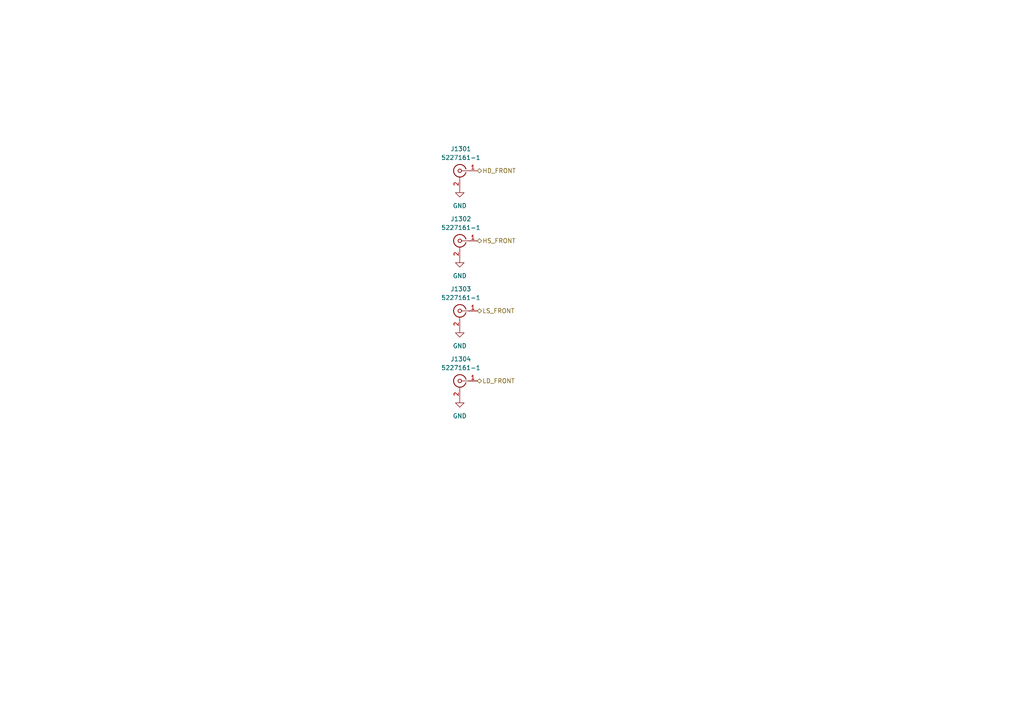
<source format=kicad_sch>
(kicad_sch (version 20250114) (generator "eeschema") (generator_version "9.0")
  (paper "A4")
  (lib_symbols
    (symbol "Connector:Conn_Coaxial" (pin_names (offset 1.016) (hide yes))
      (property "Reference" "J" (at 0.254 3.048 0))
      (property "Value" "Conn_Coaxial" (at 2.921 0 90))
      (symbol "Conn_Coaxial_0_1"
        (polyline (pts (xy -2.54 0) (xy -0.508 0)))
        (arc (start 1.778 0) (mid 0.222 -1.8079) (end -1.778 -0.508) (stroke (width 0.254)))
        (arc (start -1.778 0.508) (mid 0.2221 1.8084) (end 1.778 0) (stroke (width 0.254)))
        (circle (center 0 0) (radius 0.508) (stroke (width 0.2032)))
        (polyline (pts (xy 0 -2.54) (xy 0 -1.778)))
      )
      (symbol "Conn_Coaxial_1_1"
        (pin passive line (at -5.08 0 0) (length 2.54) (name "In") (number "1"))
        (pin passive line (at 0 -5.08 90) (length 2.54) (name "Ext") (number "2"))
      )
    )
    (symbol "power:GND" (power) (pin_numbers (hide yes)) (pin_names (offset 0) (hide yes))
      (property "Value" "GND" (at 0 -3.81 0))
      (symbol "GND_0_1"
        (polyline (pts (xy 0 0) (xy 0 -1.27) (xy 1.27 -1.27) (xy 0 -2.54) (xy -1.27 -1.27) (xy 0 -1.27)))
      )
      (symbol "GND_1_1"
        (pin power_in line (at 0 0 270) (length 0) (name "~") (number "1"))
      )
    )
  )
  (hierarchical_label "LS_FRONT" (shape bidirectional) (at 138.43 90.17 0))
  (hierarchical_label "LD_FRONT" (shape bidirectional) (at 138.43 110.49 0))
  (hierarchical_label "HS_FRONT" (shape bidirectional) (at 138.43 69.85 0))
  (hierarchical_label "HD_FRONT" (shape bidirectional) (at 138.43 49.53 0))
  (symbol (lib_id "Connector:Conn_Coaxial") (at 133.35 110.49 0) (mirror y) (unit 1)
    (property "Reference" "J1304" (at 133.6674 104.14 0))
    (property "Value" "5227161-1" (at 133.6674 106.68 0))
    (property "Footprint" "ETH1LCR3:TE_5227161-1" (effects (hide yes)))
    (property "Description" "coaxial connector (BNC, SMA, SMB, SMC, Cinch/RCA, LEMO, ...)" (effects (hide yes)))
  )
  (symbol (lib_id "power:GND") (at 133.35 115.57 0) (unit 1)
    (property "Reference" "#PWR01304" (effects (hide yes)))
    (property "Value" "GND" (at 133.35 120.65 0))
    (property "Description" "Power symbol creates a global label with name \"GND\" , ground" (effects (hide yes)))
  )
  (symbol (lib_id "Connector:Conn_Coaxial") (at 133.35 69.85 0) (mirror y) (unit 1)
    (property "Reference" "J1302" (at 133.6674 63.5 0))
    (property "Value" "5227161-1" (at 133.6674 66.04 0))
    (property "Footprint" "ETH1LCR3:TE_5227161-1" (effects (hide yes)))
    (property "Description" "coaxial connector (BNC, SMA, SMB, SMC, Cinch/RCA, LEMO, ...)" (effects (hide yes)))
  )
  (symbol (lib_id "power:GND") (at 133.35 95.25 0) (unit 1)
    (property "Reference" "#PWR01303" (effects (hide yes)))
    (property "Value" "GND" (at 133.35 100.33 0))
    (property "Description" "Power symbol creates a global label with name \"GND\" , ground" (effects (hide yes)))
  )
  (symbol (lib_id "Connector:Conn_Coaxial") (at 133.35 90.17 0) (mirror y) (unit 1)
    (property "Reference" "J1303" (at 133.6674 83.82 0))
    (property "Value" "5227161-1" (at 133.6674 86.36 0))
    (property "Footprint" "ETH1LCR3:TE_5227161-1" (effects (hide yes)))
    (property "Description" "coaxial connector (BNC, SMA, SMB, SMC, Cinch/RCA, LEMO, ...)" (effects (hide yes)))
  )
  (symbol (lib_id "Connector:Conn_Coaxial") (at 133.35 49.53 0) (mirror y) (unit 1)
    (property "Reference" "J1301" (at 133.6674 43.18 0))
    (property "Value" "5227161-1" (at 133.6674 45.72 0))
    (property "Footprint" "ETH1LCR3:TE_5227161-1" (effects (hide yes)))
    (property "Description" "coaxial connector (BNC, SMA, SMB, SMC, Cinch/RCA, LEMO, ...)" (effects (hide yes)))
  )
  (symbol (lib_id "power:GND") (at 133.35 74.93 0) (unit 1)
    (property "Reference" "#PWR01302" (effects (hide yes)))
    (property "Value" "GND" (at 133.35 80.01 0))
    (property "Description" "Power symbol creates a global label with name \"GND\" , ground" (effects (hide yes)))
  )
  (symbol (lib_id "power:GND") (at 133.35 54.61 0) (unit 1)
    (property "Reference" "#PWR01301" (effects (hide yes)))
    (property "Value" "GND" (at 133.35 59.69 0))
    (property "Description" "Power symbol creates a global label with name \"GND\" , ground" (effects (hide yes)))
  )
)
</source>
